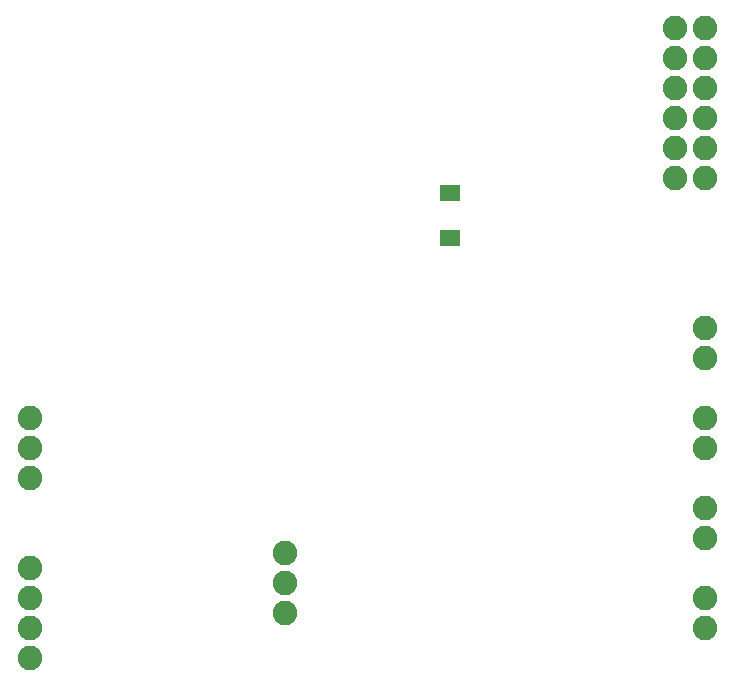
<source format=gbs>
G75*
%MOIN*%
%OFA0B0*%
%FSLAX25Y25*%
%IPPOS*%
%LPD*%
%AMOC8*
5,1,8,0,0,1.08239X$1,22.5*
%
%ADD10C,0.08200*%
%ADD11R,0.03300X0.05800*%
D10*
X0428333Y0021400D03*
X0428333Y0031400D03*
X0428333Y0041400D03*
X0428333Y0051400D03*
X0428333Y0081400D03*
X0428333Y0091400D03*
X0428333Y0101400D03*
X0513333Y0056400D03*
X0513333Y0046400D03*
X0513333Y0036400D03*
X0653333Y0031400D03*
X0653333Y0041400D03*
X0653333Y0061400D03*
X0653333Y0071400D03*
X0653333Y0091400D03*
X0653333Y0101400D03*
X0653333Y0121400D03*
X0653333Y0131400D03*
X0653333Y0181400D03*
X0643333Y0181400D03*
X0643333Y0191400D03*
X0653333Y0191400D03*
X0653333Y0201400D03*
X0643333Y0201400D03*
X0643333Y0211400D03*
X0653333Y0211400D03*
X0653333Y0221400D03*
X0643333Y0221400D03*
X0643333Y0231400D03*
X0653333Y0231400D03*
D11*
X0569933Y0176400D03*
X0566733Y0176400D03*
X0566733Y0161400D03*
X0569933Y0161400D03*
M02*

</source>
